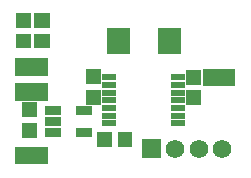
<source format=gts>
G04 Layer: TopSolderMaskLayer*
G04 EasyEDA v6.4.7, 2021-01-18T10:53:27+01:00*
G04 ca9b9a0dce2c468c998d6246f507db70,8dc9eacff13444d6b60fd3cb587e6cd5,01*
G04 Gerber Generator version 0.2*
G04 Scale: 100 percent, Rotated: No, Reflected: No *
G04 Dimensions in inches *
G04 leading zeros omitted , absolute positions ,2 integer and 4 decimal *
%FSLAX24Y24*%
%MOIN*%
G90*
D02*

%ADD27C,0.062000*%

%LPD*%
G36*
G01X1113Y1802D02*
G01X1113Y2099D01*
G01X1666Y2099D01*
G01X1666Y1802D01*
G01X1113Y1802D01*
G37*
G36*
G01X1113Y1428D02*
G01X1113Y1725D01*
G01X1666Y1725D01*
G01X1666Y1428D01*
G01X1113Y1428D01*
G37*
G36*
G01X1113Y1054D02*
G01X1113Y1351D01*
G01X1666Y1351D01*
G01X1666Y1054D01*
G01X1113Y1054D01*
G37*
G36*
G01X2137Y1054D02*
G01X2137Y1351D01*
G01X2689Y1351D01*
G01X2689Y1054D01*
G01X2137Y1054D01*
G37*
G36*
G01X2137Y1802D02*
G01X2137Y2099D01*
G01X2689Y2099D01*
G01X2689Y1802D01*
G01X2137Y1802D01*
G37*
G36*
G01X2471Y2135D02*
G01X2471Y2628D01*
G01X2977Y2628D01*
G01X2977Y2135D01*
G01X2471Y2135D01*
G37*
G36*
G01X2471Y2824D02*
G01X2471Y3317D01*
G01X2977Y3317D01*
G01X2977Y2824D01*
G01X2471Y2824D01*
G37*
G36*
G01X361Y1716D02*
G01X361Y2209D01*
G01X866Y2209D01*
G01X866Y1716D01*
G01X361Y1716D01*
G37*
G36*
G01X361Y1027D02*
G01X361Y1520D01*
G01X866Y1520D01*
G01X866Y1027D01*
G01X361Y1027D01*
G37*
G36*
G01X5818Y2137D02*
G01X5818Y2611D01*
G01X6331Y2611D01*
G01X6331Y2137D01*
G01X5818Y2137D01*
G37*
G36*
G01X5818Y2806D02*
G01X5818Y3280D01*
G01X6331Y3280D01*
G01X6331Y2806D01*
G01X5818Y2806D01*
G37*
G36*
G01X4355Y359D02*
G01X4355Y979D01*
G01X4975Y979D01*
G01X4975Y359D01*
G01X4355Y359D01*
G37*
G54D27*
G01X5452Y669D03*
G01X6240Y669D03*
G01X7027Y669D03*
G36*
G01X3025Y2951D02*
G01X3025Y3151D01*
G01X3495Y3151D01*
G01X3495Y2951D01*
G01X3025Y2951D01*
G37*
G36*
G01X3025Y2695D02*
G01X3025Y2895D01*
G01X3495Y2895D01*
G01X3495Y2695D01*
G01X3025Y2695D01*
G37*
G36*
G01X3025Y2439D02*
G01X3025Y2639D01*
G01X3495Y2639D01*
G01X3495Y2439D01*
G01X3025Y2439D01*
G37*
G36*
G01X3025Y2183D02*
G01X3025Y2383D01*
G01X3495Y2383D01*
G01X3495Y2183D01*
G01X3025Y2183D01*
G37*
G36*
G01X3025Y1927D02*
G01X3025Y2127D01*
G01X3495Y2127D01*
G01X3495Y1927D01*
G01X3025Y1927D01*
G37*
G36*
G01X3025Y1671D02*
G01X3025Y1871D01*
G01X3495Y1871D01*
G01X3495Y1671D01*
G01X3025Y1671D01*
G37*
G36*
G01X3025Y1415D02*
G01X3025Y1615D01*
G01X3495Y1615D01*
G01X3495Y1415D01*
G01X3025Y1415D01*
G37*
G36*
G01X5323Y1415D02*
G01X5323Y1615D01*
G01X5793Y1615D01*
G01X5793Y1415D01*
G01X5323Y1415D01*
G37*
G36*
G01X5323Y1671D02*
G01X5323Y1871D01*
G01X5793Y1871D01*
G01X5793Y1671D01*
G01X5323Y1671D01*
G37*
G36*
G01X5323Y1927D02*
G01X5323Y2127D01*
G01X5793Y2127D01*
G01X5793Y1927D01*
G01X5323Y1927D01*
G37*
G36*
G01X5323Y2183D02*
G01X5323Y2383D01*
G01X5793Y2383D01*
G01X5793Y2183D01*
G01X5323Y2183D01*
G37*
G36*
G01X5323Y2439D02*
G01X5323Y2639D01*
G01X5793Y2639D01*
G01X5793Y2439D01*
G01X5323Y2439D01*
G37*
G36*
G01X5323Y2695D02*
G01X5323Y2895D01*
G01X5793Y2895D01*
G01X5793Y2695D01*
G01X5323Y2695D01*
G37*
G36*
G01X5323Y2951D02*
G01X5323Y3151D01*
G01X5793Y3151D01*
G01X5793Y2951D01*
G01X5323Y2951D01*
G37*
G36*
G01X767Y4704D02*
G01X767Y5178D01*
G01X1280Y5178D01*
G01X1280Y4704D01*
G01X767Y4704D01*
G37*
G36*
G01X767Y4035D02*
G01X767Y4508D01*
G01X1280Y4508D01*
G01X1280Y4035D01*
G01X767Y4035D01*
G37*
G36*
G01X156Y4704D02*
G01X156Y5178D01*
G01X669Y5178D01*
G01X669Y4704D01*
G01X156Y4704D01*
G37*
G36*
G01X156Y4035D02*
G01X156Y4508D01*
G01X669Y4508D01*
G01X669Y4035D01*
G01X156Y4035D01*
G37*
G36*
G01X6389Y2761D02*
G01X6389Y3341D01*
G01X7469Y3341D01*
G01X7469Y2761D01*
G01X6389Y2761D01*
G37*
G36*
G01X129Y3095D02*
G01X129Y3676D01*
G01X1209Y3676D01*
G01X1209Y3095D01*
G01X129Y3095D01*
G37*
G36*
G01X129Y143D02*
G01X129Y723D01*
G01X1209Y723D01*
G01X1209Y143D01*
G01X129Y143D01*
G37*
G36*
G01X129Y2269D02*
G01X129Y2849D01*
G01X1209Y2849D01*
G01X1209Y2269D01*
G01X129Y2269D01*
G37*
G36*
G01X2853Y712D02*
G01X2853Y1217D01*
G01X3347Y1217D01*
G01X3347Y712D01*
G01X2853Y712D01*
G37*
G36*
G01X3542Y712D02*
G01X3542Y1217D01*
G01X4036Y1217D01*
G01X4036Y712D01*
G01X3542Y712D01*
G37*
G36*
G01X3171Y3827D02*
G01X3171Y4707D01*
G01X3951Y4707D01*
G01X3951Y3827D01*
G01X3171Y3827D01*
G37*
G36*
G01X4871Y3827D02*
G01X4871Y4707D01*
G01X5651Y4707D01*
G01X5651Y3827D01*
G01X4871Y3827D01*
G37*
M00*
M02*

</source>
